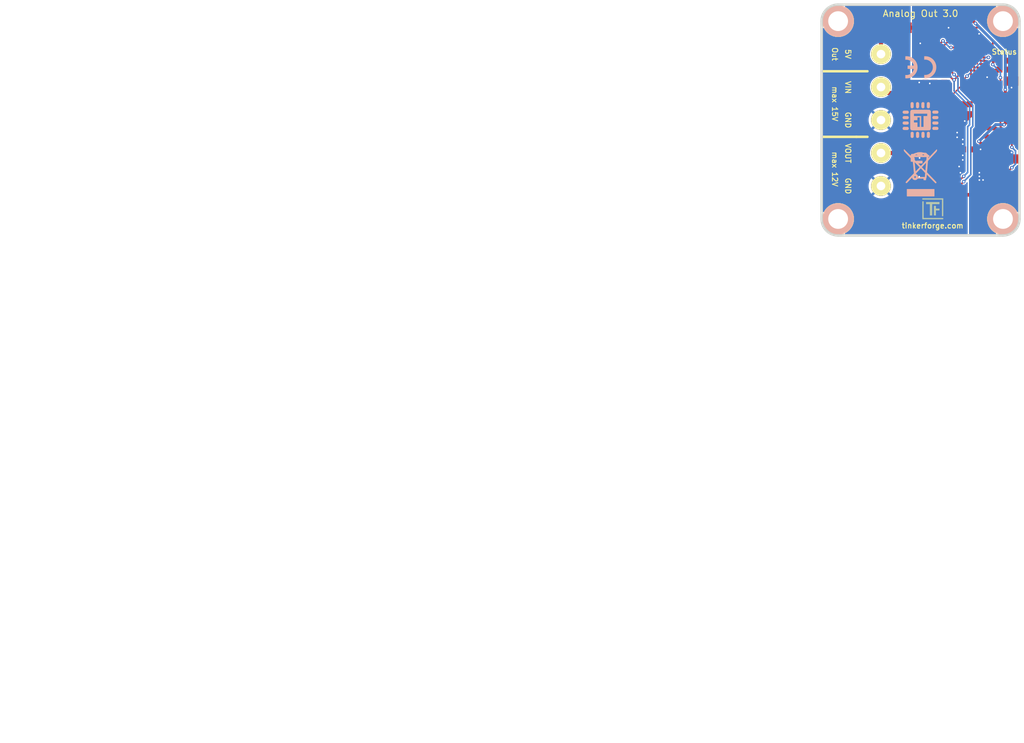
<source format=kicad_pcb>
(kicad_pcb (version 20221018) (generator pcbnew)
  (title_block (title "Analog Out Bricklet") (date "2018-03-01") (rev "3.0") (company "Tinkerforge GmbH") (comment 1 "Licensed under CERN OHL v.1.1") (comment 2 "Copyright (©) 2018, L.Lauer <lukas@tinkerforge.com>"))
  (layers (0 "F.Cu" signal "Vorderseite") (31 "B.Cu" signal "Rückseite") (34 "B.Paste" user) (35 "F.Paste" user) (36 "B.SilkS" user "B.Silkscreen") (37 "F.SilkS" user "F.Silkscreen") (38 "B.Mask" user) (39 "F.Mask" user) (44 "Edge.Cuts" user))
  (net 0 "")
  (net 1 "+5V")
  (net 2 "GND")
  (net 3 "SCL")
  (net 4 "SDA")
  (net 5 "VCC")
  (net 6 "AGND")
  (net 7 "3V3")
  (net 8 "Net-(C4-Pad1)")
  (net 9 "Net-(R1-Pad2)")
  (net 10 "Net-(R3-Pad1)")
  (net 11 "Net-(R4-Pad2)")
  (net 12 "Net-(P2-Pad2)")
  (net 13 "Net-(F1-Pad2)")
  (net 14 "Net-(R5-Pad1)")
  (net 15 "Net-(R10-Pad2)")
  (net 16 "Net-(C5-Pad1)")
  (net 17 "Net-(D2-Pad2)")
  (net 18 "Net-(P1-Pad1)")
  (net 19 "Net-(P4-Pad2)")
  (net 20 "VIN")
  (net 21 "Net-(R11-Pad1)")
  (net 22 "Net-(P3-Pad4)")
  (net 23 "Net-(P3-Pad5)")
  (net 24 "Net-(P3-Pad6)")
  (net 25 "S-MISO")
  (net 26 "S-MOSI")
  (net 27 "S-CLK")
  (net 28 "S-CS")
  (net 29 "Net-(RP2-Pad6)")
  (net 30 "Net-(RP2-Pad7)")
  (net 31 "Net-(U1-Pad4)")
  (net 32 "Net-(U1-Pad5)")
  (net 33 "Net-(U1-Pad6)")
  (net 34 "Net-(U1-Pad7)")
  (net 35 "Net-(U1-Pad8)")
  (net 36 "Net-(U1-Pad11)")
  (net 37 "Net-(U1-Pad12)")
  (net 38 "Net-(U1-Pad14)")
  (net 39 "Net-(U1-Pad16)")
  (net 40 "Net-(U1-Pad18)")
  (net 41 "Net-(U1-Pad20)")
  (net 42 "Net-(U1-Pad21)")
  (footprint "kicad-libraries:Logo_31x31" (layer "F.Cu") (at 153.325 111.95)
    (fp_text reference "Ref**" hide)
    (fp_text value "Val**" hide)
  )
  (footprint "kicad-libraries:Fiducial_Mark" (layer "F.Cu") (at 161.05 113.575)
    (fp_text reference "Fiducial_Mark" hide)
    (fp_text value "VAL**" hide)
  )
  (footprint "kicad-libraries:Fiducial_Mark" (layer "F.Cu") (at 144.05 86.575)
    (fp_text reference "Fiducial_Mark" hide)
    (fp_text value "VAL**" hide)
  )
  (footprint "kicad-libraries:MiniMelf" (layer "F.Cu") (at 154.65 86.075)
    (fp_text reference "D1")
    (fp_text value "5V")
  )
  (footprint "kicad-libraries:AKL_5_5" (layer "F.Cu") (at 147.05 100.075 90)
    (fp_text reference "P2")
    (fp_text value "CONN_5")
  )
  (footprint "kicad-libraries:SOT23-6" (layer "F.Cu") (at 156.9 109.425 -90)
    (fp_text reference "U2")
    (fp_text value "MCP4725A0")
  )
  (footprint "kicad-libraries:SOIC8" (layer "F.Cu") (at 155.9 100.125)
    (fp_text reference "U3")
    (fp_text value "TLV272IS")
  )
  (footprint "kicad-libraries:DRILL_NP" (layer "F.Cu") (at 165.55 115.075)
    (fp_text reference "U4" hide)
    (fp_text value "DRILL" hide)
  )
  (footprint "kicad-libraries:DRILL_NP" (layer "F.Cu") (at 140.55 115.075)
    (fp_text reference "U5" hide)
    (fp_text value "DRILL" hide)
  )
  (footprint "kicad-libraries:DRILL_NP" (layer "F.Cu") (at 140.55 85.075)
    (fp_text reference "U6" hide)
    (fp_text value "DRILL" hide)
  )
  (footprint "kicad-libraries:DRILL_NP" (layer "F.Cu") (at 165.55 85.075)
    (fp_text reference "U7" hide)
    (fp_text value "DRILL" hide)
  )
  (footprint "kicad-libraries:F1206" (layer "F.Cu") (at 149.7 86.075 180)
    (fp_text reference "F1")
    (fp_text value "OZCJ0035FF2G")
  )
  (footprint "kicad-libraries:C0603F" (layer "F.Cu") (at 153.8 95.175 90)
    (fp_text reference "C1")
    (fp_text value "100nF")
  )
  (footprint "kicad-libraries:C0603F" (layer "F.Cu") (at 153.65 109.425 90)
    (fp_text reference "C2")
    (fp_text value "100nF")
  )
  (footprint "kicad-libraries:C0805" (layer "F.Cu") (at 163.45 106.975 180)
    (fp_text reference "C3")
    (fp_text value "10uF")
  )
  (footprint "kicad-libraries:C0603F" (layer "F.Cu") (at 157.35 107.125)
    (fp_text reference "C4")
    (fp_text value "180pF")
  )
  (footprint "kicad-libraries:C0603F" (layer "F.Cu") (at 163.45 108.475 180)
    (fp_text reference "C6")
    (fp_text value "1uF")
  )
  (footprint "kicad-libraries:C0603F" (layer "F.Cu") (at 160.45 86.995 180)
    (fp_text reference "C7")
    (fp_text value "100nF")
  )
  (footprint "kicad-libraries:DEBUG_PAD" (layer "F.Cu") (at 156.93 89.645)
    (fp_text reference "P1")
    (fp_text value "DEBUG")
  )
  (footprint "kicad-libraries:SolderJumper" (layer "F.Cu") (at 154.01 88.445)
    (fp_text reference "P4")
    (fp_text value "BOOT")
  )
  (footprint "kicad-libraries:R0603F" (layer "F.Cu") (at 154.45 107.125 180)
    (fp_text reference "R1")
    (fp_text value "68.1")
  )
  (footprint "kicad-libraries:R0603F" (layer "F.Cu") (at 160.25 104.525 180)
    (fp_text reference "R2")
    (fp_text value "0")
  )
  (footprint "kicad-libraries:R0603F" (layer "F.Cu") (at 154.45 105.825 180)
    (fp_text reference "R3")
    (fp_text value "3k3")
  )
  (footprint "kicad-libraries:R0603F" (layer "F.Cu") (at 157.35 105.825 180)
    (fp_text reference "R4")
    (fp_text value "3k3")
  )
  (footprint "kicad-libraries:R0603F" (layer "F.Cu") (at 155.9 95.725 180)
    (fp_text reference "R5")
    (fp_text value "12k")
  )
  (footprint "kicad-libraries:R0603F" (layer "F.Cu") (at 157.35 104.525)
    (fp_text reference "R6")
    (fp_text value "12k")
  )
  (footprint "kicad-libraries:R0603F" (layer "F.Cu") (at 160.5 98.425 -90)
    (fp_text reference "R7")
    (fp_text value "12k")
  )
  (footprint "kicad-libraries:R0603F" (layer "F.Cu") (at 154.45 104.525)
    (fp_text reference "R8")
    (fp_text value "12k")
  )
  (footprint "kicad-libraries:R0603F" (layer "F.Cu") (at 155.9 94.425)
    (fp_text reference "R9")
    (fp_text value "68k")
  )
  (footprint "kicad-libraries:R0603F" (layer "F.Cu") (at 159.2 98.425 90)
    (fp_text reference "R10")
    (fp_text value "68k")
  )
  (footprint "kicad-libraries:D0603F" (layer "F.Cu") (at 165.75 91.075)
    (fp_text reference "D2")
    (fp_text value "blue")
  )
  (footprint "kicad-libraries:CON-SENSOR2" (layer "F.Cu") (at 168.05 100.075 90)
    (fp_text reference "P3")
    (fp_text value "CON-SENSOR2")
  )
  (footprint "kicad-libraries:R0603F" (layer "F.Cu") (at 165.76 92.425)
    (fp_text reference "R11")
    (fp_text value "1k")
  )
  (footprint "kicad-libraries:4X0402" (layer "F.Cu") (at 161.45 94.675)
    (fp_text reference "RP1")
    (fp_text value "82")
  )
  (footprint "kicad-libraries:QFN24-4x4mm-0.5mm" (layer "F.Cu") (at 160.45 90.335 180)
    (fp_text reference "U1")
    (fp_text value "XMC1100")
  )
  (footprint "kicad-libraries:4X0603" (layer "F.Cu") (at 155.19 91.805)
    (fp_text reference "RP2")
    (fp_text value "2k2")
  )
  (footprint "kicad-libraries:Fiducial_Mark" (layer "F.Cu") (at 146.05 114.575)
    (fp_text reference "Fiducial_Mark" hide)
    (fp_text value "VAL**" hide)
  )
  (footprint "kicad-libraries:C0402F" (layer "F.Cu") (at 163.15 94.675 90)
    (fp_text reference "C5")
    (fp_text value "220pF")
  )
  (footprint "kicad-libraries:WEEE_7mm" (layer "B.Cu") (at 153.05 108.075 180)
    (fp_text reference "VAL" hide)
    (fp_text value "WEEE_7mm" hide)
  )
  (footprint "kicad-libraries:CE_5mm" (layer "B.Cu") (at 153.05 92.075 180)
    (fp_text reference "VAL" hide)
    (fp_text value "CE_5mm" hide)
  )
  (footprint "kicad-libraries:Logo_CoMCU" (layer "B.Cu") (at 153.05 100.075 180)
    (fp_text reference "G***" hide)
    (fp_text value "LOGO" hide)
  )
  (gr_line (start 143.3 102.625) (end 145 102.625) (stroke (width 0.381)) (layer "F.SilkS"))
  (gr_line (start 145 92.675) (end 138.05 92.675) (stroke (width 0.381)) (layer "F.SilkS"))
  (gr_line (start 143.35 102.625) (end 138.05 102.625) (stroke (width 0.381)) (layer "F.SilkS"))
  (gr_line (start 168.05 85.075) (end 168.05 115.075) (stroke (width 0.381)) (layer "Edge.Cuts"))
  (gr_arc (start 168.05022 115.07534) (mid 167.318174 116.842654) (end 165.55086 117.5747) (stroke (width 0.381)) (layer "Edge.Cuts"))
  (gr_arc (start 138.049 85.07412) (mid 138.78179 83.30501) (end 140.5509 82.57222) (stroke (width 0.381)) (layer "Edge.Cuts"))
  (gr_arc (start 140.5509 117.5747) (mid 138.783586 116.842654) (end 138.05154 115.07534) (stroke (width 0.381)) (layer "Edge.Cuts"))
  (gr_arc (start 165.55086 82.57476) (mid 167.318174 83.306806) (end 168.05022 85.07412) (stroke (width 0.381)) (layer "Edge.Cuts"))
  (gr_line (start 140.55 82.575) (end 165.55 82.575) (stroke (width 0.381)) (layer "Edge.Cuts"))
  (gr_line (start 165.55 117.575) (end 140.55 117.575) (stroke (width 0.381)) (layer "Edge.Cuts"))
  (gr_line (start 138.05 115.075) (end 138.05 85.075) (stroke (width 0.381)) (layer "Edge.Cuts"))
  (gr_text "max 15V" (at 140.05 97.625 270) (layer "F.SilkS") (effects (font (size 0.8 0.8) (thickness 0.14986))))
  (gr_text "tinkerforge.com" (at 154.875 116.1) (layer "F.SilkS") (effects (font (size 0.8001 0.8001) (thickness 0.14986))))
  (gr_text "5V" (at 142.05 90.075 270) (layer "F.SilkS") (effects (font (size 0.8001 0.8001) (thickness 0.14986))))
  (gr_text "Status" (at 165.75 89.735) (layer "F.SilkS") (effects (font (size 0.8 0.8))))
  (gr_text "Out" (at 140.05 90.075 270) (layer "F.SilkS") (effects (font (size 0.8 0.8) (thickness 0.14986))))
  (gr_text "max 12V" (at 140.05 107.525 270) (layer "F.SilkS") (effects (font (size 0.8 0.8) (thickness 0.14986))))
  (gr_text "GND" (at 142.05 100.075 270) (layer "F.SilkS") (effects (font (size 0.8 0.8) (thickness 0.14986))))
  (gr_text "Analog Out 3.0" (at 153.05 83.925) (layer "F.SilkS") (effects (font (size 1 1))))
  (gr_text "VIN" (at 142.05 95.125 270) (layer "F.SilkS") (effects (font (size 0.8 0.8) (thickness 0.14986))))
  (gr_text "GND" (at 142.05 110.075 270) (layer "F.SilkS") (effects (font (size 0.8 0.8) (thickness 0.14986))))
  (gr_text "VOUT" (at 142.05 105.125 270) (layer "F.SilkS") (effects (font (size 0.8 0.8) (thickness 0.14986))))
  (segment (start 153.46 84.825) (end 152.95074 85.33426) (width 0.45) (layer "F.Cu") (net 1))
  (segment (start 153.46 84.825) (end 160.79 84.825) (width 0.45) (layer "F.Cu") (net 1))
  (segment (start 160.79 84.825) (end 161.38 85.415) (width 0.45) (layer "F.Cu") (net 1))
  (segment (start 162.43 103.825) (end 161.91 103.305) (width 0.45) (layer "F.Cu") (net 1))
  (segment (start 165.72 100.775) (end 165.91 100.585) (width 0.45) (layer "F.Cu") (net 1))
  (segment (start 165.91 100.585) (end 165.91 95.465) (width 0.45) (layer "F.Cu") (net 1))
  (segment (start 163.45 103.825) (end 162.43 103.825) (width 0.45) (layer "F.Cu") (net 1))
  (segment (start 152.95074 86.075) (end 151.20114 86.075) (width 0.59944) (layer "F.Cu") (net 1))
  (segment (start 152.95074 86.075) (end 152.95074 85.33426) (width 0.45) (layer "F.Cu") (net 1))
  (via (at 161.91 103.305) (size 0.55) (drill 0.25) (layers "F.Cu" "B.Cu") (net 1))
  (via (at 165.91 95.465) (size 0.55) (drill 0.25) (layers "F.Cu" "B.Cu") (net 1))
  (via (at 161.38 85.415) (size 0.55) (drill 0.25) (layers "F.Cu" "B.Cu") (net 1))
  (via (at 165.72 100.775) (size 0.55) (drill 0.25) (layers "F.Cu" "B.Cu") (net 1))
  (segment (start 161.38 85.415) (end 165.91 89.945) (width 0.45) (layer "B.Cu") (net 1))
  (segment (start 165.91 89.945) (end 165.91 95.465) (width 0.45) (layer "B.Cu") (net 1))
  (segment (start 161.91 103.305) (end 164.44 100.775) (width 0.45) (layer "B.Cu") (net 1))
  (segment (start 164.44 100.775) (end 165.72 100.775) (width 0.45) (layer "B.Cu") (net 1))
  (segment (start 164.75 102.575) (end 164.85 102.675) (width 0.55) (layer "F.Cu") (net 2))
  (segment (start 164.85 102.675) (end 164.85 104.475) (width 0.55) (layer "F.Cu") (net 2))
  (segment (start 164.85 104.475) (end 164.25 105.075) (width 0.55) (layer "F.Cu") (net 2))
  (segment (start 164.25 105.075) (end 163.15 105.075) (width 0.55) (layer "F.Cu") (net 2))
  (segment (start 163.15 105.075) (end 162.44924 105.77576) (width 0.55) (layer "F.Cu") (net 2))
  (segment (start 162.44924 105.77576) (end 162.44924 106.975) (width 0.55) (layer "F.Cu") (net 2))
  (segment (start 162.44924 107.57424) (end 162.7 107.825) (width 0.55) (layer "F.Cu") (net 2))
  (segment (start 162.7 107.825) (end 162.7 108.475) (width 0.55) (layer "F.Cu") (net 2))
  (segment (start 162.38 108.475) (end 161.97 108.065) (width 0.55) (layer "F.Cu") (net 2))
  (segment (start 162.12 108.475) (end 161.97 108.625) (width 0.55) (layer "F.Cu") (net 2))
  (segment (start 161.97 109.175) (end 162.67 108.475) (width 0.55) (layer "F.Cu") (net 2))
  (segment (start 162.7 108.995) (end 162.53 109.165) (width 0.55) (layer "F.Cu") (net 2))
  (segment (start 162.52 109.175) (end 162.53 109.165) (width 0.55) (layer "F.Cu") (net 2))
  (segment (start 160.7 87.795) (end 161.2 87.295) (width 0.25) (layer "F.Cu") (net 2))
  (segment (start 161.2 87.295) (end 161.2 86.995) (width 0.25) (layer "F.Cu") (net 2))
  (segment (start 159.8 90.985) (end 161.1 90.985) (width 0.25) (layer "F.Cu") (net 2))
  (segment (start 160.7 89.285) (end 161.1 89.685) (width 0.25) (layer "F.Cu") (net 2))
  (segment (start 153.61 88.995) (end 153.51 88.895) (width 0.25) (layer "F.Cu") (net 2))
  (segment (start 153.51 88.895) (end 153.51 88.465) (width 0.25) (layer "F.Cu") (net 2))
  (segment (start 153.51 88.465) (end 153.51 88.445) (width 0.25) (layer "F.Cu") (net 2))
  (segment (start 153.51 88.005) (end 153.63 87.885) (width 0.25) (layer "F.Cu") (net 2))
  (segment (start 153.63 87.885) (end 153.94 87.885) (width 0.25) (layer "F.Cu") (net 2))
  (segment (start 153.94 87.885) (end 153.785 87.895) (width 0.25) (layer "F.Cu") (net 2))
  (segment (start 163.15 94.175) (end 163.15 93.575) (width 0.55) (layer "F.Cu") (net 2))
  (segment (start 153.51 88.445) (end 153.51 88.005) (width 0.25) (layer "F.Cu") (net 2))
  (segment (start 161.97 109.175) (end 162.52 109.175) (width 0.55) (layer "F.Cu") (net 2))
  (segment (start 166.85 94.175) (end 166.85 95.155) (width 0.55) (layer "F.Cu") (net 2))
  (segment (start 162.44924 106.975) (end 162.44924 107.57424) (width 0.55) (layer "F.Cu") (net 2))
  (segment (start 162.7 108.475) (end 162.67 108.475) (width 0.55) (layer "F.Cu") (net 2))
  (segment (start 160.7 88.31) (end 160.7 89.285) (width 0.25) (layer "F.Cu") (net 2))
  (segment (start 163.45 102.575) (end 164.75 102.575) (width 0.55) (layer "F.Cu") (net 2))
  (segment (start 161.1 89.685) (end 159.8 89.685) (width 0.25) (layer "F.Cu") (net 2))
  (segment (start 156.34926 86.075) (end 157.3 86.075) (width 0.7) (layer "F.Cu") (net 2))
  (segment (start 153.785 88.995) (end 153.61 88.995) (width 0.25) (layer "F.Cu") (net 2))
  (segment (start 162.12 108.475) (end 162.7 108.475) (width 0.55) (layer "F.Cu") (net 2))
  (segment (start 162.7 108.995) (end 162.7 108.475) (width 0.55) (layer "F.Cu") (net 2))
  (segment (start 161.1 89.685) (end 161.1 90.985) (width 0.25) (layer "F.Cu") (net 2))
  (segment (start 153.51 88.445) (end 153.01 88.445) (width 0.25) (layer "F.Cu") (net 2))
  (segment (start 160.7 88.31) (end 160.7 87.795) (width 0.25) (layer "F.Cu") (net 2))
  (segment (start 161 104.525) (end 162.15 104.525) (width 0.7) (layer "F.Cu") (net 2))
  (segment (start 161.2 86.995) (end 161.93 86.995) (width 0.55) (layer "F.Cu") (net 2))
  (segment (start 161.97 108.625) (end 161.97 109.175) (width 0.55) (layer "F.Cu") (net 2))
  (segment (start 159.8 89.685) (end 159.8 90.985) (width 0.25) (layer "F.Cu") (net 2))
  (segment (start 166.85 105.975) (end 166.85 104.995) (width 0.55) (layer "F.Cu") (net 2))
  (segment (start 161.97 108.065) (end 161.97 108.625) (width 0.55) (layer "F.Cu") (net 2))
  (via (at 153.01 88.445) (size 0.55) (drill 0.25) (layers "F.Cu" "B.Cu") (net 2))
  (via (at 162.53 109.165) (size 0.55) (drill 0.25) (layers "F.Cu" "B.Cu") (net 2))
  (via (at 161.93 86.995) (size 0.55) (drill 0.25) (layers "F.Cu" "B.Cu") (net 2))
  (via (at 161.97 108.065) (size 0.55) (drill 0.25) (layers "F.Cu" "B.Cu") (net 2))
  (via (at 161.97 109.175) (size 0.55) (drill 0.25) (layers "F.Cu" "B.Cu") (net 2))
  (via (at 163.15 93.575) (size 0.55) (drill 0.25) (layers "F.Cu" "B.Cu") (net 2))
  (via (at 166.85 104.995) (size 0.55) (drill 0.25) (layers "F.Cu" "B.Cu") (net 2))
  (via (at 161.97 108.625) (size 0.55) (drill 0.25) (layers "F.Cu" "B.Cu") (net 2))
  (via (at 157.3 86.075) (size 0.70104) (drill 0.24892) (layers "F.Cu" "B.Cu") (net 2))
  (via (at 162.15 104.525) (size 0.70104) (drill 0.24892) (layers "F.Cu" "B.Cu") (net 2))
  (via (at 166.85 95.155) (size 0.55) (drill 0.25) (layers "F.Cu" "B.Cu") (net 2))
  (segment (start 158.78 109.425) (end 159.59 108.615) (width 0.25) (layer "F.Cu") (net 3))
  (segment (start 158.14 93.985) (end 159.2 92.925) (width 0.25) (layer "F.Cu") (net 3))
  (segment (start 159.2 92.925) (end 159.2 92.36) (width 0.25) (layer "F.Cu") (net 3))
  (segment (start 158.03 93.985) (end 157.53 93.485) (width 0.25) (layer "F.Cu") (net 3))
  (segment (start 157.53 93.485) (end 156.58 93.485) (width 0.25) (layer "F.Cu") (net 3))
  (segment (start 156.58 93.485) (end 156.38888 93.29388) (width 0.25) (layer "F.Cu") (net 3))
  (segment (start 156.38888 93.29388) (end 156.38888 92.6559) (width 0.25) (layer "F.Cu") (net 3))
  (segment (start 158.09888 109.425) (end 158.78 109.425) (width 0.25) (layer "F.Cu") (net 3))
  (segment (start 158.09888 109.425) (end 158.48 109.425) (width 0.2) (layer "F.Cu") (net 3))
  (segment (start 158.14 93.985) (end 158.03 93.985) (width 0.25) (layer "F.Cu") (net 3))
  (via (at 158.14 93.985) (size 0.55) (drill 0.25) (layers "F.Cu" "B.Cu") (net 3))
  (via (at 159.59 108.615) (size 0.55) (drill 0.25) (layers "F.Cu" "B.Cu") (net 3))
  (segment (start 159.59 108.615) (end 160.19 108.015) (width 0.25) (layer "B.Cu") (net 3))
  (segment (start 160.19 108.015) (end 160.19 101.085) (width 0.25) (layer "B.Cu") (net 3))
  (segment (start 160.19 101.085) (end 160.49 100.785) (width 0.25) (layer "B.Cu") (net 3))
  (segment (start 160.49 100.785) (end 160.49 98.005) (width 0.25) (layer "B.Cu") (net 3))
  (segment (start 160.49 98.005) (end 158.14 95.655) (width 0.25) (layer "B.Cu") (net 3))
  (segment (start 158.14 95.655) (end 158.14 93.985) (width 0.25) (layer "B.Cu") (net 3))
  (segment (start 158.64004 110.37496) (end 159.59 109.425) (width 0.25) (layer "F.Cu") (net 4))
  (segment (start 158.14 93.165) (end 157.52 92.545) (width 0.25) (layer "F.Cu") (net 4))
  (segment (start 157.93 91.085) (end 157.52 91.495) (width 0.25) (layer "F.Cu") (net 4))
  (segment (start 157.52 91.495) (end 157.52 91.775) (width 0.25) (layer "F.Cu") (net 4))
  (segment (start 157.52 92.515) (end 157.52 92.545) (width 0.25) (layer "F.Cu") (net 4))
  (segment (start 157.52 91.775) (end 157.52 92.515) (width 0.25) (layer "F.Cu") (net 4))
  (segment (start 154.27 91.775) (end 153.97 92.075) (width 0.25) (layer "F.Cu") (net 4))
  (segment (start 153.97 92.075) (end 153.97 92.655) (width 0.25) (layer "F.Cu") (net 4))
  (segment (start 153.97 92.655) (end 153.99112 92.6559) (width 0.25) (layer "F.Cu") (net 4))
  (segment (start 158.09888 110.37496) (end 158.64004 110.37496) (width 0.25) (layer "F.Cu") (net 4))
  (segment (start 157.52 91.775) (end 154.27 91.775) (width 0.25) (layer "F.Cu") (net 4))
  (segment (start 158.425 91.085) (end 157.93 91.085) (width 0.25) (layer "F.Cu") (net 4))
  (via (at 158.14 93.165) (size 0.55) (drill 0.25) (layers "F.Cu" "B.Cu") (net 4))
  (via (at 159.59 109.425) (size 0.55) (drill 0.25) (layers "F.Cu" "B.Cu") (net 4))
  (segment (start 159.59 109.425) (end 160.67 108.345) (width 0.25) (layer "B.Cu") (net 4))
  (segment (start 160.67 108.345) (end 160.67 101.325) (width 0.25) (layer "B.Cu") (net 4))
  (segment (start 160.67 101.325) (end 160.97 101.025) (width 0.25) (layer "B.Cu") (net 4))
  (segment (start 160.97 101.025) (end 160.97 97.855) (width 0.25) (layer "B.Cu") (net 4))
  (segment (start 160.97 97.855) (end 158.73 95.615) (width 0.25) (layer "B.Cu") (net 4))
  (segment (start 158.73 95.615) (end 158.73 93.755) (width 0.25) (layer "B.Cu") (net 4))
  (segment (start 158.73 93.755) (end 158.14 93.165) (width 0.25) (layer "B.Cu") (net 4))
  (segment (start 153.99754 96.17264) (end 153.8 95.9751) (width 0.59944) (layer "F.Cu") (net 5))
  (segment (start 147.9501 95.9751) (end 147.05 95.075) (width 0.59944) (layer "F.Cu") (net 5))
  (segment (start 154.8501 99.2251) (end 153.99754 98.37254) (width 0.59944) (layer "F.Cu") (net 5))
  (segment (start 153.99754 98.37254) (end 153.99754 97.42752) (width 0.59944) (layer "F.Cu") (net 5))
  (segment (start 153.8 95.9751) (end 147.9501 95.9751) (width 0.59944) (layer "F.Cu") (net 5))
  (segment (start 159.2 99.2251) (end 154.8501 99.2251) (width 0.59944) (layer "F.Cu") (net 5))
  (segment (start 153.99754 97.42752) (end 153.99754 96.17264) (width 0.59944) (layer "F.Cu") (net 5))
  (segment (start 155.05 109.425) (end 154.2499 108.6249) (width 0.59944) (layer "F.Cu") (net 6))
  (segment (start 154.2499 108.6249) (end 153.65 108.6249) (width 0.59944) (layer "F.Cu") (net 6))
  (segment (start 159.4499 105.4249) (end 159.45 105.425) (width 0.7) (layer "F.Cu") (net 6))
  (segment (start 159.4499 103.7251) (end 159.45 103.725) (width 0.7) (layer "F.Cu") (net 6))
  (segment (start 157.80246 102.77254) (end 158.6 101.975) (width 0.7) (layer "F.Cu") (net 6))
  (segment (start 152.8501 94.3749) (end 152.85 94.375) (width 0.59944) (layer "F.Cu") (net 6))
  (segment (start 154.55 94.425) (end 154.45 94.525) (width 0.59944) (layer "F.Cu") (net 6))
  (segment (start 160.5 99.475) (end 159.75 100.225) (width 0.59944) (layer "F.Cu") (net 6))
  (segment (start 158.47252 102.82248) (end 158.6 102.695) (width 0.7) (layer "F.Cu") (net 6))
  (segment (start 159.5 103.7752) (end 159.4499 103.7251) (width 0.7) (layer "F.Cu") (net 6))
  (segment (start 159.45 105.425) (end 159.4499 105.4249) (width 0.7) (layer "F.Cu") (net 6))
  (segment (start 158.68996 108.47504) (end 159.1 108.065) (width 0.25) (layer "F.Cu") (net 6))
  (segment (start 159.4499 105.4249) (end 159.4499 104.525) (width 0.7) (layer "F.Cu") (net 6))
  (segment (start 159.45 105.425) (end 159.45 106.125) (width 0.7) (layer "F.Cu") (net 6))
  (segment (start 159.5 104.525) (end 159.5 103.7752) (width 0.7) (layer "F.Cu") (net 6))
  (segment (start 155.0999 94.425) (end 154.55 94.425) (width 0.59944) (layer "F.Cu") (net 6))
  (segment (start 155.70112 109.425) (end 155.05 109.425) (width 0.59944) (layer "F.Cu") (net 6))
  (segment (start 153.7 105.825) (end 152.9 105.825) (width 0.7) (layer "F.Cu") (net 6))
  (segment (start 159.4499 104.525) (end 158.1501 104.525) (width 0.7) (layer "F.Cu") (net 6))
  (segment (start 153.65 108.675) (end 152.85 108.675) (width 0.7) (layer "F.Cu") (net 6))
  (segment (start 158.09888 108.47504) (end 158.68996 108.47504) (width 0.25) (layer "F.Cu") (net 6))
  (segment (start 159.45 103.725) (end 159.45 103.025) (width 0.7) (layer "F.Cu") (net 6))
  (segment (start 158.47252 102.82248) (end 157.80246 102.82248) (width 0.7) (layer "F.Cu") (net 6))
  (segment (start 158.6 101.975) (end 158.6 102.695) (width 0.7) (layer "F.Cu") (net 6))
  (segment (start 158.1 107.125) (end 158.9 107.125) (width 0.7) (layer "F.Cu") (net 6))
  (segment (start 160.5 99.2251) (end 160.5 99.475) (width 0.59944) (layer "F.Cu") (net 6))
  (segment (start 153.8 94.3749) (end 152.8501 94.3749) (width 0.59944) (layer "F.Cu") (net 6))
  (segment (start 159.4499 104.525) (end 159.4499 103.7251) (width 0.7) (layer "F.Cu") (net 6))
  (segment (start 159.45 106.125) (end 159.45 105.425) (width 0.7) (layer "F.Cu") (net 6))
  (via (at 152.9 105.825) (size 0.70104) (drill 0.24892) (layers "F.Cu" "B.Cu") (net 6))
  (via (at 152.85 94.375) (size 0.70104) (drill 0.24892) (layers "F.Cu" "B.Cu") (net 6))
  (via (at 158.6 101.975) (size 0.70104) (drill 0.24892) (layers "F.Cu" "B.Cu") (net 6))
  (via (at 159.45 106.125) (size 0.70104) (drill 0.24892) (layers "F.Cu" "B.Cu") (net 6))
  (via (at 158.9 107.125) (size 0.70104) (drill 0.24892) (layers "F.Cu" "B.Cu") (net 6))
  (via (at 159.1 108.065) (size 0.55) (drill 0.25) (layers "F.Cu" "B.Cu") (net 6))
  (via (at 159.75 100.225) (size 0.70104) (drill 0.24892) (layers "F.Cu" "B.Cu") (net 6))
  (via (at 159.45 103.025) (size 0.70104) (drill 0.24892) (layers "F.Cu" "B.Cu") (net 6))
  (via (at 159.4499 105.4249) (size 0.70104) (drill 0.24892) (layers "F.Cu" "B.Cu") (net 6))
  (via (at 158.6 102.695) (size 0.70104) (drill 0.24892) (layers "F.Cu" "B.Cu") (net 6))
  (via (at 159.4499 103.7251) (size 0.70104) (drill 0.24892) (layers "F.Cu" "B.Cu") (net 6))
  (via (at 154.45 94.525) (size 0.70104) (drill 0.24892) (layers "F.Cu" "B.Cu") (net 6))
  (via (at 152.85 108.675) (size 0.70104) (drill 0.24892) (layers "F.Cu" "B.Cu") (net 6))
  (segment (start 159.4499 103.7251) (end 159.45 103.725) (width 0.7) (layer "B.Cu") (net 6))
  (segment (start 159.4499 105.4249) (end 159.45 105.425) (width 0.7) (layer "B.Cu") (net 6))
  (segment (start 154.84996 110.37496) (end 154.7001 110.2251) (width 0.59944) (layer "F.Cu") (net 7))
  (segment (start 154.7001 110.2251) (end 153.65 110.2251) (width 0.59944) (layer "F.Cu") (net 7))
  (segment (start 164.5 101.325) (end 165.55 102.375) (width 0.45) (layer "F.Cu") (net 7))
  (segment (start 165.55 102.375) (end 165.55 104.694044) (width 0.45) (layer "F.Cu") (net 7))
  (segment (start 165.55 104.694044) (end 164.45076 105.793284) (width 0.45) (layer "F.Cu") (net 7))
  (segment (start 164.45076 105.793284) (end 164.45076 106.975) (width 0.45) (layer "F.Cu") (net 7))
  (segment (start 164.45076 107.57424) (end 164.2 107.825) (width 0.45) (layer "F.Cu") (net 7))
  (segment (start 164.2 107.825) (end 164.2 108.475) (width 0.45) (layer "F.Cu") (net 7))
  (segment (start 160.2 87.825) (end 159.7 87.325) (width 0.25) (layer "F.Cu") (net 7))
  (segment (start 159.7 87.325) (end 159.7 86.995) (width 0.25) (layer "F.Cu") (net 7))
  (segment (start 153.65 111.085) (end 153.98 111.415) (width 0.55) (layer "F.Cu") (net 7))
  (segment (start 153.98 111.415) (end 162.31 111.415) (width 0.55) (layer "F.Cu") (net 7))
  (segment (start 162.31 111.415) (end 164.2 109.525) (width 0.55) (layer "F.Cu") (net 7))
  (segment (start 164.2 109.525) (end 164.2 108.475) (width 0.55) (layer "F.Cu") (net 7))
  (segment (start 165.16 93.645) (end 165.17 93.655) (width 0.25) (layer "F.Cu") (net 7))
  (segment (start 165.17 93.655) (end 165.17 101.075) (width 0.25) (layer "F.Cu") (net 7))
  (segment (start 165.17 101.075) (end 166.9 102.805) (width 0.25) (layer "F.Cu") (net 7))
  (segment (start 166.9 102.805) (end 166.9 104.205) (width 0.25) (layer "F.Cu") (net 7))
  (segment (start 166.9 107.295) (end 165.72 108.475) (width 0.25) (layer "F.Cu") (net 7))
  (segment (start 165.72 108.475) (end 164.2 108.475) (width 0.25) (layer "F.Cu") (net 7))
  (segment (start 159.7 86.215) (end 159.86 86.055) (width 0.25) (layer "F.Cu") (net 7))
  (segment (start 159.86 86.055) (end 161.97 86.055) (width 0.25) (layer "F.Cu") (net 7))
  (segment (start 161.97 86.055) (end 164 88.085) (width 0.25) (layer "F.Cu") (net 7))
  (segment (start 164 88.085) (end 164 91.645) (width 0.25) (layer "F.Cu") (net 7))
  (segment (start 164 91.465) (end 164.39 91.075) (width 0.25) (layer "F.Cu") (net 7))
  (segment (start 164.39 91.075) (end 165 91.075) (width 0.25) (layer "F.Cu") (net 7))
  (segment (start 153.99112 90.37388) (end 154.22 90.145) (width 0.25) (layer "F.Cu") (net 7))
  (segment (start 154.22 90.145) (end 154.8 90.145) (width 0.25) (layer "F.Cu") (net 7))
  (segment (start 156.2 90.145) (end 156.38888 90.33388) (width 0.25) (layer "F.Cu") (net 7))
  (segment (start 156.38888 90.33388) (end 156.38888 90.9541) (width 0.25) (layer "F.Cu") (net 7))
  (segment (start 154.79122 90.30622) (end 154.8 90.29744) (width 0.25) (layer "F.Cu") (net 7))
  (segment (start 154.8 90.29744) (end 154.8 90.145) (width 0.25) (layer "F.Cu") (net 7))
  (segment (start 154.8 90.145) (end 155.26 90.145) (width 0.25) (layer "F.Cu") (net 7))
  (segment (start 155.61 90.145) (end 156.2 90.145) (width 0.25) (layer "F.Cu") (net 7))
  (segment (start 155.58878 90.37622) (end 155.59 90.375) (width 0.25) (layer "F.Cu") (net 7))
  (segment (start 155.59 90.375) (end 155.59 90.145) (width 0.25) (layer "F.Cu") (net 7))
  (segment (start 155.59 90.145) (end 155.61 90.145) (width 0.25) (layer "F.Cu") (net 7))
  (segment (start 155.26 90.145) (end 155.59 90.145) (width 0.25) (layer "F.Cu") (net 7))
  (segment (start 155.26 90.125) (end 158.39 86.995) (width 0.25) (layer "F.Cu") (net 7))
  (segment (start 158.39 86.995) (end 159.7 86.995) (width 0.25) (layer "F.Cu") (net 7))
  (segment (start 155.58878 90.9541) (end 155.58878 90.37622) (width 0.25) (layer "F.Cu") (net 7))
  (segment (start 154.79122 90.9541) (end 154.79122 90.30622) (width 0.25) (layer "F.Cu") (net 7))
  (segment (start 155.70112 110.37496) (end 154.84996 110.37496) (width 0.59944) (layer "F.Cu") (net 7))
  (segment (start 164 91.645) (end 164 91.465) (width 0.25) (layer "F.Cu") (net 7))
  (segment (start 153.99112 90.9541) (end 153.99112 90.37388) (width 0.25) (layer "F.Cu") (net 7))
  (segment (start 164.45076 106.975) (end 164.45076 107.57424) (width 0.45) (layer "F.Cu") (net 7))
  (segment (start 163.45 101.325) (end 164.5 101.325) (width 0.45) (layer "F.Cu") (net 7))
  (segment (start 155.26 90.145) (end 155.26 90.125) (width 0.25) (layer "F.Cu") (net 7))
  (segment (start 153.65 110.175) (end 153.65 111.085) (width 0.55) (layer "F.Cu") (net 7))
  (segment (start 160.2 88.31) (end 160.2 87.825) (width 0.25) (layer "F.Cu") (net 7))
  (segment (start 159.7 86.995) (end 159.7 86.215) (width 0.25) (layer "F.Cu") (net 7))
  (via (at 166.9 107.295) (size 0.55) (drill 0.25) (layers "F.Cu" "B.Cu") (net 7))
  (via (at 164 91.645) (size 0.55) (drill 0.25) (layers "F.Cu" "B.Cu") (net 7))
  (via (at 166.9 104.205) (size 0.55) (drill 0.25) (layers "F.Cu" "B.Cu") (net 7))
  (via (at 165.16 93.645) (size 0.55) (drill 0.25) (layers "F.Cu" "B.Cu") (net 7))
  (segment (start 164 91.645) (end 165.16 92.805) (width 0.25) (layer "B.Cu") (net 7))
  (segment (start 165.16 92.805) (end 165.16 93.645) (width 0.25) (layer "B.Cu") (net 7))
  (segment (start 166.9 104.205) (end 167.45 104.755) (width 0.25) (layer "B.Cu") (net 7))
  (segment (start 167.45 104.755) (end 167.45 106.745) (width 0.25) (layer "B.Cu") (net 7))
  (segment (start 167.45 106.745) (end 166.9 107.295) (width 0.25) (layer "B.Cu") (net 7))
  (segment (start 156.55 107.125) (end 156.5499 107.125) (width 0.29972) (layer "F.Cu") (net 8))
  (segment (start 156.7 107.125) (end 157.97 105.855) (width 0.25) (layer "F.Cu") (net 8))
  (segment (start 157.97 105.855) (end 158.1 105.825) (width 0.25) (layer "F.Cu") (net 8))
  (segment (start 156.5499 107.125) (end 155.2501 107.125) (width 0.7) (layer "F.Cu") (net 8))
  (segment (start 156.6 107.125) (end 156.7 107.125) (width 0.25) (layer "F.Cu") (net 8))
  (segment (start 158.1501 105.825) (end 157.85 105.825) (width 0.29972) (layer "F.Cu") (net 8))
  (segment (start 155.15004 108.47504) (end 153.8 107.125) (width 0.29972) (layer "F.Cu") (net 9))
  (segment (start 153.8 107.125) (end 153.6499 107.125) (width 0.29972) (layer "F.Cu") (net 9))
  (segment (start 155.70112 108.47504) (end 155.15004 108.47504) (width 0.29972) (layer "F.Cu") (net 9))
  (segment (start 155.2501 102.83992) (end 155.26754 102.82248) (width 0.7) (layer "F.Cu") (net 10))
  (segment (start 155.2501 104.525) (end 155.2501 102.83992) (width 0.7) (layer "F.Cu") (net 10))
  (segment (start 155.2501 104.525) (end 155.2501 105.825) (width 0.7) (layer "F.Cu") (net 10))
  (segment (start 156.5499 102.83992) (end 156.53246 102.82248) (width 0.7) (layer "F.Cu") (net 11))
  (segment (start 156.5499 104.525) (end 156.5499 102.83992) (width 0.7) (layer "F.Cu") (net 11))
  (segment (start 156.5499 105.825) (end 156.5499 104.525) (width 0.7) (layer "F.Cu") (net 11))
  (segment (start 153.99754 104.17736) (end 153.6499 104.525) (width 0.7) (layer "F.Cu") (net 12))
  (segment (start 151.5 104.525) (end 150.95 105.075) (width 0.59944) (layer "F.Cu") (net 12))
  (segment (start 150.95 105.075) (end 147.05 105.075) (width 0.59944) (layer "F.Cu") (net 12))
  (segment (start 153.6499 104.525) (end 151.5 104.525) (width 0.59944) (layer "F.Cu") (net 12))
  (segment (start 153.99754 102.82248) (end 153.99754 104.17736) (width 0.7) (layer "F.Cu") (net 12))
  (segment (start 147.05 87.22386) (end 147.05 90.075) (width 0.59944) (layer "F.Cu") (net 13))
  (segment (start 148.19886 86.075) (end 147.05 87.22386) (width 0.59944) (layer "F.Cu") (net 13))
  (segment (start 147.05 90.775) (end 147.05 90.075) (width 0.59944) (layer "B.Cu") (net 13))
  (segment (start 156.53246 95.89264) (end 156.7001 95.725) (width 0.59944) (layer "F.Cu") (net 14))
  (segment (start 156.7001 94.425) (end 156.7001 95.725) (width 0.59944) (layer "F.Cu") (net 14))
  (segment (start 156.53246 97.42752) (end 156.53246 95.89264) (width 0.59944) (layer "F.Cu") (net 14))
  (segment (start 157.80508 97.4249) (end 157.80246 97.42752) (width 0.59944) (layer "F.Cu") (net 15))
  (segment (start 157.99984 97.6249) (end 157.80246 97.42752) (width 0.59944) (layer "F.Cu") (net 15))
  (segment (start 160.5 97.6249) (end 159.2 97.6249) (width 0.59944) (layer "F.Cu") (net 15))
  (segment (start 159.2 97.6249) (end 157.99984 97.6249) (width 0.59944) (layer "F.Cu") (net 15))
  (segment (start 163.15 96.025) (end 163.45 96.325) (width 0.2) (layer "F.Cu") (net 16))
  (segment (start 162.2743 95.325) (end 162.1993 95.25) (width 0.2) (layer "F.Cu") (net 16))
  (segment (start 163.15 95.325) (end 162.2743 95.325) (width 0.2) (layer "F.Cu") (net 16))
  (segment (start 163.15 95.325) (end 163.15 96.025) (width 0.2) (layer "F.Cu") (net 16))
  (segment (start 166.51 91.085) (end 166.5 91.075) (width 0.3) (layer "F.Cu") (net 17))
  (segment (start 166.51 92.425) (end 166.51 91.085) (width 0.3) (layer "F.Cu") (net 17))
  (segment (start 156.97 89.645) (end 157.41 90.085) (width 0.25) (layer "F.Cu") (net 18))
  (segment (start 157.41 90.085) (end 158.425 90.085) (width 0.25) (layer "F.Cu") (net 18))
  (segment (start 156.93 89.645) (end 156.97 89.645) (width 0.25) (layer "F.Cu") (net 18))
  (segment (start 156.07 88.445) (end 156.45 88.065) (width 0.25) (layer "F.Cu") (net 19))
  (segment (start 157.67 89.065) (end 157.69 89.085) (width 0.25) (layer "F.Cu") (net 19))
  (segment (start 157.69 89.085) (end 158.425 89.085) (width 0.25) (layer "F.Cu") (net 19))
  (segment (start 154.56 88.445) (end 156.07 88.445) (width 0.25) (layer "F.Cu") (net 19))
  (segment (start 154.56 88.445) (end 154.16 88.445) (width 0.25) (layer "F.Cu") (net 19))
  (via (at 156.45 88.065) (size 0.55) (drill 0.25) (layers "F.Cu" "B.Cu") (net 19))
  (via (at 157.67 89.065) (size 0.55) (drill 0.25) (layers "F.Cu" "B.Cu") (net 19))
  (segment (start 156.45 88.065) (end 157.45 89.065) (width 0.25) (layer "B.Cu") (net 19))
  (segment (start 157.45 89.065) (end 157.67 89.065) (width 0.25) (layer "B.Cu") (net 19))
  (segment (start 155.26754 95.89264) (end 155.0999 95.725) (width 0.59944) (layer "F.Cu") (net 20))
  (segment (start 159.7 94.425) (end 157.81 96.315) (width 0.2) (layer "F.Cu") (net 20))
  (segment (start 157.81 96.315) (end 157.4 96.315) (width 0.2) (layer "F.Cu") (net 20))
  (segment (start 157.4 96.315) (end 157.16 96.555) (width 0.2) (layer "F.Cu") (net 20))
  (segment (start 157.16 96.555) (end 157.16 98.375) (width 0.2) (layer "F.Cu") (net 20))
  (segment (start 157.16 98.375) (end 156.99 98.545) (width 0.2) (layer "F.Cu") (net 20))
  (segment (start 156.99 98.545) (end 155.5 98.545) (width 0.2) (layer "F.Cu") (net 20))
  (segment (start 155.5 98.545) (end 155.26754 98.31254) (width 0.2) (layer "F.Cu") (net 20))
  (segment (start 155.26754 97.42752) (end 155.26754 98.31254) (width 0.2) (layer "F.Cu") (net 20))
  (segment (start 159.7 93.825) (end 160.1 93.425) (width 0.2) (layer "F.Cu") (net 20))
  (segment (start 163.35 90.575) (end 163.34 90.585) (width 0.2) (layer "F.Cu") (net 20))
  (segment (start 163.34 90.585) (end 162.475 90.585) (width 0.2) (layer "F.Cu") (net 20))
  (segment (start 159.7 94.425) (end 159.7 93.825) (width 0.2) (layer "F.Cu") (net 20))
  (segment (start 155.26754 97.42752) (end 155.26754 95.89264) (width 0.59944) (layer "F.Cu") (net 20))
  (via (at 160.1 93.425) (size 0.55) (drill 0.25) (layers "F.Cu" "B.Cu") (net 20))
  (via (at 163.35 90.575) (size 0.55) (drill 0.25) (layers "F.Cu" "B.Cu") (net 20))
  (segment (start 160.1 93.425) (end 162.95 90.575) (width 0.2) (layer "B.Cu") (net 20))
  (segment (start 162.95 90.575) (end 163.35 90.575) (width 0.2) (layer "B.Cu") (net 20))
  (segment (start 163.11 91.085) (end 163.4 91.375) (width 0.25) (layer "F.Cu") (net 21))
  (segment (start 163.4 91.375) (end 163.4 92.025) (width 0.25) (layer "F.Cu") (net 21))
  (segment (start 163.4 92.025) (end 163.8 92.425) (width 0.25) (layer "F.Cu") (net 21))
  (segment (start 163.8 92.425) (end 165.01 92.425) (width 0.25) (layer "F.Cu") (net 21))
  (segment (start 162.475 91.085) (end 163.11 91.085) (width 0.25) (layer "F.Cu") (net 21))
  (segment (start 162.25 100.075) (end 161.45 99.275) (width 0.2) (layer "F.Cu") (net 22))
  (segment (start 161.45 99.275) (end 161.45 96.575) (width 0.2) (layer "F.Cu") (net 22))
  (segment (start 161.45 96.575) (end 160.7007 95.8257) (width 0.2) (layer "F.Cu") (net 22))
  (segment (start 160.7007 95.8257) (end 160.7007 95.25) (width 0.2) (layer "F.Cu") (net 22))
  (segment (start 163.45 100.075) (end 162.25 100.075) (width 0.2) (layer "F.Cu") (net 22))
  (segment (start 162.4 98.825) (end 161.900138 98.325138) (width 0.2) (layer "F.Cu") (net 23))
  (segment (start 161.900138 98.325138) (end 161.900138 96.525138) (width 0.2) (layer "F.Cu") (net 23))
  (segment (start 161.900138 96.525138) (end 161.20108 95.82608) (width 0.2) (layer "F.Cu") (net 23))
  (segment (start 161.20108 95.82608) (end 161.20108 95.25) (width 0.2) (layer "F.Cu") (net 23))
  (segment (start 163.45 98.825) (end 162.4 98.825) (width 0.2) (layer "F.Cu") (net 23))
  (segment (start 162.55 97.575) (end 162.25 97.275) (width 0.2) (layer "F.Cu") (net 24))
  (segment (start 162.25 97.275) (end 162.25 96.375) (width 0.2) (layer "F.Cu") (net 24))
  (segment (start 162.25 96.375) (end 161.69892 95.82392) (width 0.2) (layer "F.Cu") (net 24))
  (segment (start 161.69892 95.82392) (end 161.69892 95.25) (width 0.2) (layer "F.Cu") (net 24))
  (segment (start 163.45 97.575) (end 162.55 97.575) (width 0.2) (layer "F.Cu") (net 24))
  (segment (start 162.1993 93.0357) (end 162.475 92.76) (width 0.25) (layer "F.Cu") (net 25))
  (segment (start 162.475 92.76) (end 162.475 91.585) (width 0.25) (layer "F.Cu") (net 25))
  (segment (start 162.1993 94.1) (end 162.1993 93.0357) (width 0.25) (layer "F.Cu") (net 25))
  (segment (start 161.67 94.07108) (end 161.69892 94.1) (width 0.25) (layer "F.Cu") (net 26))
  (segment (start 161.7 94.09892) (end 161.69892 94.1) (width 0.25) (layer "F.Cu") (net 26))
  (segment (start 161.7 92.36) (end 161.7 94.09892) (width 0.25) (layer "F.Cu") (net 26))
  (segment (start 161.20108 92.39108) (end 161.17 92.36) (width 0.25) (layer "F.Cu") (net 27))
  (segment (start 161.17 94.06892) (end 161.20108 94.1) (width 0.25) (layer "F.Cu") (net 27))
  (segment (start 161.2 94.09892) (end 161.20108 94.1) (width 0.25) (layer "F.Cu") (net 27))
  (segment (start 161.2 92.36) (end 161.2 94.09892) (width 0.25) (layer "F.Cu") (net 27))
  (segment (start 160.7007 92.3907) (end 160.67 92.36) (width 0.25) (layer "F.Cu") (net 28))
  (segment (start 160.67 94.0693) (end 160.7007 94.1) (width 0.25) (layer "F.Cu") (net 28))
  (segment (start 160.7 94.0993) (end 160.7007 94.1) (width 0.25) (layer "F.Cu") (net 28))
  (segment (start 160.7 92.36) (end 160.7 94.0993) (width 0.25) (layer "F.Cu") (net 28))
  (zone (net 6) (net_name "AGND") (layer "B.Cu") (connect_pads (clearance 0.1778)) (min_thickness 0.1778) (fill yes (thermal_gap 0.381) (thermal_bridge_width 0.381))
    (polygon (pts (xy 151.55 82.575) (xy 151.5 93.975) (xy 157.45 93.975) (xy 160.2 97.775) (xy 160.2 117.575) (xy 138.05 117.575) (xy 138.05 82.575)))
  )
  (zone (net 2) (net_name "GND") (layer "B.Cu") (connect_pads (clearance 0.1778)) (min_thickness 0.1778) (fill yes (thermal_gap 0.381) (thermal_bridge_width 0.381))
    (polygon (pts (xy 168 117.575) (xy 160.4 117.575) (xy 160.4 97.675) (xy 157.7 93.675) (xy 151.75 93.675) (xy 151.75 82.575) (xy 168 82.575)))
  )
)
</source>
